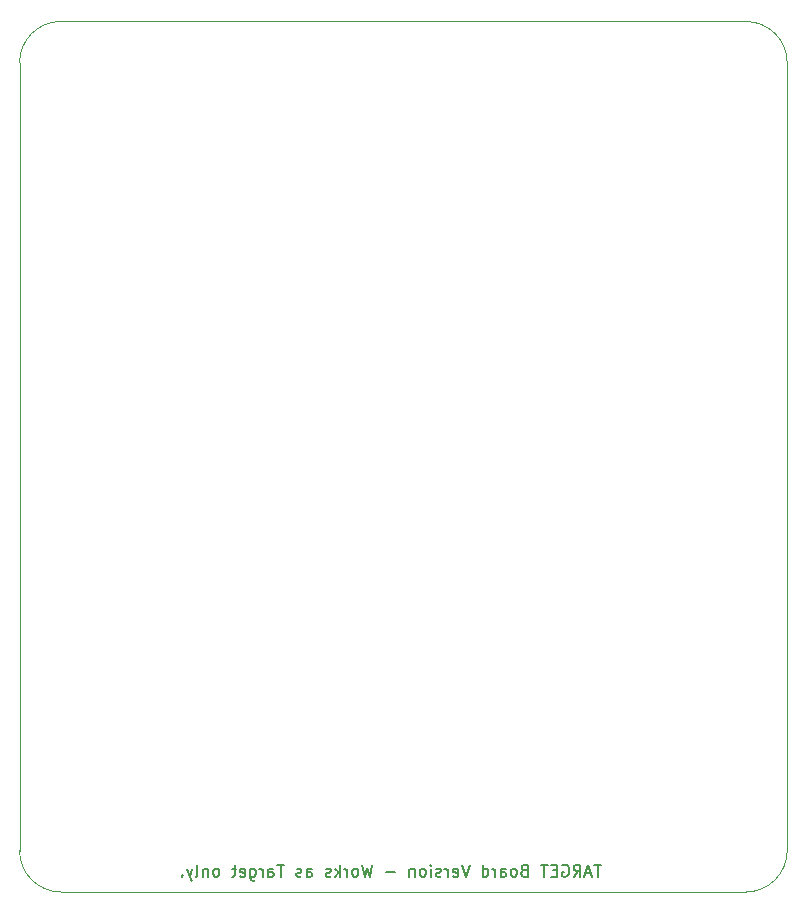
<source format=gbr>
%TF.GenerationSoftware,KiCad,Pcbnew,(5.1.4)-1*%
%TF.CreationDate,2020-08-14T14:12:09-05:00*%
%TF.ProjectId,rascsi_din,72617363-7369-45f6-9469-6e2e6b696361,rev?*%
%TF.SameCoordinates,Original*%
%TF.FileFunction,Legend,Bot*%
%TF.FilePolarity,Positive*%
%FSLAX46Y46*%
G04 Gerber Fmt 4.6, Leading zero omitted, Abs format (unit mm)*
G04 Created by KiCad (PCBNEW (5.1.4)-1) date 2020-08-14 14:12:09*
%MOMM*%
%LPD*%
G04 APERTURE LIST*
%ADD10C,0.150000*%
%ADD11C,0.050000*%
G04 APERTURE END LIST*
D10*
X223752723Y-113904780D02*
X223181295Y-113904780D01*
X223467009Y-114904780D02*
X223467009Y-113904780D01*
X222895580Y-114619066D02*
X222419390Y-114619066D01*
X222990819Y-114904780D02*
X222657485Y-113904780D01*
X222324152Y-114904780D01*
X221419390Y-114904780D02*
X221752723Y-114428590D01*
X221990819Y-114904780D02*
X221990819Y-113904780D01*
X221609866Y-113904780D01*
X221514628Y-113952400D01*
X221467009Y-114000019D01*
X221419390Y-114095257D01*
X221419390Y-114238114D01*
X221467009Y-114333352D01*
X221514628Y-114380971D01*
X221609866Y-114428590D01*
X221990819Y-114428590D01*
X220467009Y-113952400D02*
X220562247Y-113904780D01*
X220705104Y-113904780D01*
X220847961Y-113952400D01*
X220943200Y-114047638D01*
X220990819Y-114142876D01*
X221038438Y-114333352D01*
X221038438Y-114476209D01*
X220990819Y-114666685D01*
X220943200Y-114761923D01*
X220847961Y-114857161D01*
X220705104Y-114904780D01*
X220609866Y-114904780D01*
X220467009Y-114857161D01*
X220419390Y-114809542D01*
X220419390Y-114476209D01*
X220609866Y-114476209D01*
X219990819Y-114380971D02*
X219657485Y-114380971D01*
X219514628Y-114904780D02*
X219990819Y-114904780D01*
X219990819Y-113904780D01*
X219514628Y-113904780D01*
X219228914Y-113904780D02*
X218657485Y-113904780D01*
X218943200Y-114904780D02*
X218943200Y-113904780D01*
X217228914Y-114380971D02*
X217086057Y-114428590D01*
X217038438Y-114476209D01*
X216990819Y-114571447D01*
X216990819Y-114714304D01*
X217038438Y-114809542D01*
X217086057Y-114857161D01*
X217181295Y-114904780D01*
X217562247Y-114904780D01*
X217562247Y-113904780D01*
X217228914Y-113904780D01*
X217133676Y-113952400D01*
X217086057Y-114000019D01*
X217038438Y-114095257D01*
X217038438Y-114190495D01*
X217086057Y-114285733D01*
X217133676Y-114333352D01*
X217228914Y-114380971D01*
X217562247Y-114380971D01*
X216419390Y-114904780D02*
X216514628Y-114857161D01*
X216562247Y-114809542D01*
X216609866Y-114714304D01*
X216609866Y-114428590D01*
X216562247Y-114333352D01*
X216514628Y-114285733D01*
X216419390Y-114238114D01*
X216276533Y-114238114D01*
X216181295Y-114285733D01*
X216133676Y-114333352D01*
X216086057Y-114428590D01*
X216086057Y-114714304D01*
X216133676Y-114809542D01*
X216181295Y-114857161D01*
X216276533Y-114904780D01*
X216419390Y-114904780D01*
X215228914Y-114904780D02*
X215228914Y-114380971D01*
X215276533Y-114285733D01*
X215371771Y-114238114D01*
X215562247Y-114238114D01*
X215657485Y-114285733D01*
X215228914Y-114857161D02*
X215324152Y-114904780D01*
X215562247Y-114904780D01*
X215657485Y-114857161D01*
X215705104Y-114761923D01*
X215705104Y-114666685D01*
X215657485Y-114571447D01*
X215562247Y-114523828D01*
X215324152Y-114523828D01*
X215228914Y-114476209D01*
X214752723Y-114904780D02*
X214752723Y-114238114D01*
X214752723Y-114428590D02*
X214705104Y-114333352D01*
X214657485Y-114285733D01*
X214562247Y-114238114D01*
X214467009Y-114238114D01*
X213705104Y-114904780D02*
X213705104Y-113904780D01*
X213705104Y-114857161D02*
X213800342Y-114904780D01*
X213990819Y-114904780D01*
X214086057Y-114857161D01*
X214133676Y-114809542D01*
X214181295Y-114714304D01*
X214181295Y-114428590D01*
X214133676Y-114333352D01*
X214086057Y-114285733D01*
X213990819Y-114238114D01*
X213800342Y-114238114D01*
X213705104Y-114285733D01*
X212609866Y-113904780D02*
X212276533Y-114904780D01*
X211943200Y-113904780D01*
X211228914Y-114857161D02*
X211324152Y-114904780D01*
X211514628Y-114904780D01*
X211609866Y-114857161D01*
X211657485Y-114761923D01*
X211657485Y-114380971D01*
X211609866Y-114285733D01*
X211514628Y-114238114D01*
X211324152Y-114238114D01*
X211228914Y-114285733D01*
X211181295Y-114380971D01*
X211181295Y-114476209D01*
X211657485Y-114571447D01*
X210752723Y-114904780D02*
X210752723Y-114238114D01*
X210752723Y-114428590D02*
X210705104Y-114333352D01*
X210657485Y-114285733D01*
X210562247Y-114238114D01*
X210467009Y-114238114D01*
X210181295Y-114857161D02*
X210086057Y-114904780D01*
X209895580Y-114904780D01*
X209800342Y-114857161D01*
X209752723Y-114761923D01*
X209752723Y-114714304D01*
X209800342Y-114619066D01*
X209895580Y-114571447D01*
X210038438Y-114571447D01*
X210133676Y-114523828D01*
X210181295Y-114428590D01*
X210181295Y-114380971D01*
X210133676Y-114285733D01*
X210038438Y-114238114D01*
X209895580Y-114238114D01*
X209800342Y-114285733D01*
X209324152Y-114904780D02*
X209324152Y-114238114D01*
X209324152Y-113904780D02*
X209371771Y-113952400D01*
X209324152Y-114000019D01*
X209276533Y-113952400D01*
X209324152Y-113904780D01*
X209324152Y-114000019D01*
X208705104Y-114904780D02*
X208800342Y-114857161D01*
X208847961Y-114809542D01*
X208895580Y-114714304D01*
X208895580Y-114428590D01*
X208847961Y-114333352D01*
X208800342Y-114285733D01*
X208705104Y-114238114D01*
X208562247Y-114238114D01*
X208467009Y-114285733D01*
X208419390Y-114333352D01*
X208371771Y-114428590D01*
X208371771Y-114714304D01*
X208419390Y-114809542D01*
X208467009Y-114857161D01*
X208562247Y-114904780D01*
X208705104Y-114904780D01*
X207943200Y-114238114D02*
X207943200Y-114904780D01*
X207943200Y-114333352D02*
X207895580Y-114285733D01*
X207800342Y-114238114D01*
X207657485Y-114238114D01*
X207562247Y-114285733D01*
X207514628Y-114380971D01*
X207514628Y-114904780D01*
X206276533Y-114523828D02*
X205514628Y-114523828D01*
X204371771Y-113904780D02*
X204133676Y-114904780D01*
X203943200Y-114190495D01*
X203752723Y-114904780D01*
X203514628Y-113904780D01*
X202990819Y-114904780D02*
X203086057Y-114857161D01*
X203133676Y-114809542D01*
X203181295Y-114714304D01*
X203181295Y-114428590D01*
X203133676Y-114333352D01*
X203086057Y-114285733D01*
X202990819Y-114238114D01*
X202847961Y-114238114D01*
X202752723Y-114285733D01*
X202705104Y-114333352D01*
X202657485Y-114428590D01*
X202657485Y-114714304D01*
X202705104Y-114809542D01*
X202752723Y-114857161D01*
X202847961Y-114904780D01*
X202990819Y-114904780D01*
X202228914Y-114904780D02*
X202228914Y-114238114D01*
X202228914Y-114428590D02*
X202181295Y-114333352D01*
X202133676Y-114285733D01*
X202038438Y-114238114D01*
X201943200Y-114238114D01*
X201609866Y-114904780D02*
X201609866Y-113904780D01*
X201514628Y-114523828D02*
X201228914Y-114904780D01*
X201228914Y-114238114D02*
X201609866Y-114619066D01*
X200847961Y-114857161D02*
X200752723Y-114904780D01*
X200562247Y-114904780D01*
X200467009Y-114857161D01*
X200419390Y-114761923D01*
X200419390Y-114714304D01*
X200467009Y-114619066D01*
X200562247Y-114571447D01*
X200705104Y-114571447D01*
X200800342Y-114523828D01*
X200847961Y-114428590D01*
X200847961Y-114380971D01*
X200800342Y-114285733D01*
X200705104Y-114238114D01*
X200562247Y-114238114D01*
X200467009Y-114285733D01*
X198800342Y-114904780D02*
X198800342Y-114380971D01*
X198847961Y-114285733D01*
X198943200Y-114238114D01*
X199133676Y-114238114D01*
X199228914Y-114285733D01*
X198800342Y-114857161D02*
X198895580Y-114904780D01*
X199133676Y-114904780D01*
X199228914Y-114857161D01*
X199276533Y-114761923D01*
X199276533Y-114666685D01*
X199228914Y-114571447D01*
X199133676Y-114523828D01*
X198895580Y-114523828D01*
X198800342Y-114476209D01*
X198371771Y-114857161D02*
X198276533Y-114904780D01*
X198086057Y-114904780D01*
X197990819Y-114857161D01*
X197943200Y-114761923D01*
X197943200Y-114714304D01*
X197990819Y-114619066D01*
X198086057Y-114571447D01*
X198228914Y-114571447D01*
X198324152Y-114523828D01*
X198371771Y-114428590D01*
X198371771Y-114380971D01*
X198324152Y-114285733D01*
X198228914Y-114238114D01*
X198086057Y-114238114D01*
X197990819Y-114285733D01*
X196895580Y-113904780D02*
X196324152Y-113904780D01*
X196609866Y-114904780D02*
X196609866Y-113904780D01*
X195562247Y-114904780D02*
X195562247Y-114380971D01*
X195609866Y-114285733D01*
X195705104Y-114238114D01*
X195895580Y-114238114D01*
X195990819Y-114285733D01*
X195562247Y-114857161D02*
X195657485Y-114904780D01*
X195895580Y-114904780D01*
X195990819Y-114857161D01*
X196038438Y-114761923D01*
X196038438Y-114666685D01*
X195990819Y-114571447D01*
X195895580Y-114523828D01*
X195657485Y-114523828D01*
X195562247Y-114476209D01*
X195086057Y-114904780D02*
X195086057Y-114238114D01*
X195086057Y-114428590D02*
X195038438Y-114333352D01*
X194990819Y-114285733D01*
X194895580Y-114238114D01*
X194800342Y-114238114D01*
X194038438Y-114238114D02*
X194038438Y-115047638D01*
X194086057Y-115142876D01*
X194133676Y-115190495D01*
X194228914Y-115238114D01*
X194371771Y-115238114D01*
X194467009Y-115190495D01*
X194038438Y-114857161D02*
X194133676Y-114904780D01*
X194324152Y-114904780D01*
X194419390Y-114857161D01*
X194467009Y-114809542D01*
X194514628Y-114714304D01*
X194514628Y-114428590D01*
X194467009Y-114333352D01*
X194419390Y-114285733D01*
X194324152Y-114238114D01*
X194133676Y-114238114D01*
X194038438Y-114285733D01*
X193181295Y-114857161D02*
X193276533Y-114904780D01*
X193467009Y-114904780D01*
X193562247Y-114857161D01*
X193609866Y-114761923D01*
X193609866Y-114380971D01*
X193562247Y-114285733D01*
X193467009Y-114238114D01*
X193276533Y-114238114D01*
X193181295Y-114285733D01*
X193133676Y-114380971D01*
X193133676Y-114476209D01*
X193609866Y-114571447D01*
X192847961Y-114238114D02*
X192467009Y-114238114D01*
X192705104Y-113904780D02*
X192705104Y-114761923D01*
X192657485Y-114857161D01*
X192562247Y-114904780D01*
X192467009Y-114904780D01*
X191228914Y-114904780D02*
X191324152Y-114857161D01*
X191371771Y-114809542D01*
X191419390Y-114714304D01*
X191419390Y-114428590D01*
X191371771Y-114333352D01*
X191324152Y-114285733D01*
X191228914Y-114238114D01*
X191086057Y-114238114D01*
X190990819Y-114285733D01*
X190943200Y-114333352D01*
X190895580Y-114428590D01*
X190895580Y-114714304D01*
X190943200Y-114809542D01*
X190990819Y-114857161D01*
X191086057Y-114904780D01*
X191228914Y-114904780D01*
X190467009Y-114238114D02*
X190467009Y-114904780D01*
X190467009Y-114333352D02*
X190419390Y-114285733D01*
X190324152Y-114238114D01*
X190181295Y-114238114D01*
X190086057Y-114285733D01*
X190038438Y-114380971D01*
X190038438Y-114904780D01*
X189419390Y-114904780D02*
X189514628Y-114857161D01*
X189562247Y-114761923D01*
X189562247Y-113904780D01*
X189133676Y-114238114D02*
X188895580Y-114904780D01*
X188657485Y-114238114D02*
X188895580Y-114904780D01*
X188990819Y-115142876D01*
X189038438Y-115190495D01*
X189133676Y-115238114D01*
X188276533Y-114809542D02*
X188228914Y-114857161D01*
X188276533Y-114904780D01*
X188324152Y-114857161D01*
X188276533Y-114809542D01*
X188276533Y-114904780D01*
D11*
X178000000Y-116200000D02*
X236000000Y-116200000D01*
X178000000Y-116200000D02*
G75*
G02X174500000Y-112700000I0J3500000D01*
G01*
X239500000Y-112700000D02*
G75*
G02X236000000Y-116200000I-3500000J0D01*
G01*
X174500000Y-46000000D02*
X174500000Y-112700000D01*
X239500000Y-46000000D02*
X239500000Y-112700000D01*
X178000000Y-42500000D02*
X236000000Y-42500000D01*
X174500000Y-46000000D02*
G75*
G02X178000000Y-42500000I3500000J0D01*
G01*
X236000000Y-42500000D02*
G75*
G02X239500000Y-46000000I0J-3500000D01*
G01*
M02*

</source>
